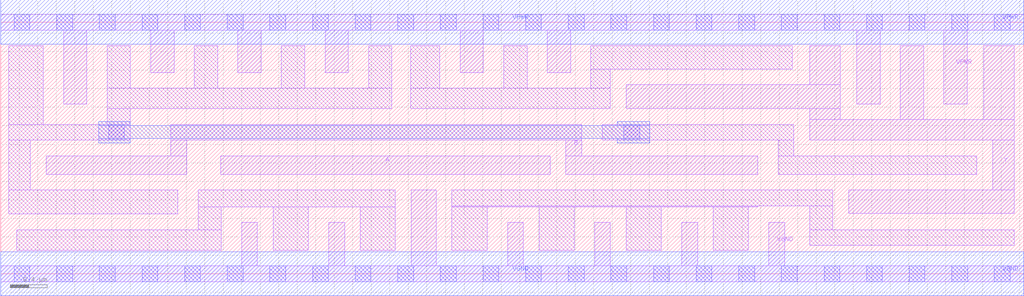
<source format=lef>
# Copyright 2020 The SkyWater PDK Authors
#
# Licensed under the Apache License, Version 2.0 (the "License");
# you may not use this file except in compliance with the License.
# You may obtain a copy of the License at
#
#     https://www.apache.org/licenses/LICENSE-2.0
#
# Unless required by applicable law or agreed to in writing, software
# distributed under the License is distributed on an "AS IS" BASIS,
# WITHOUT WARRANTIES OR CONDITIONS OF ANY KIND, either express or implied.
# See the License for the specific language governing permissions and
# limitations under the License.
#
# SPDX-License-Identifier: Apache-2.0

VERSION 5.7 ;
  NAMESCASESENSITIVE ON ;
  NOWIREEXTENSIONATPIN ON ;
  DIVIDERCHAR "/" ;
  BUSBITCHARS "[]" ;
UNITS
  DATABASE MICRONS 200 ;
END UNITS
PROPERTYDEFINITIONS
  MACRO maskLayoutSubType STRING ;
  MACRO prCellType STRING ;
  MACRO originalViewName STRING ;
END PROPERTYDEFINITIONS
MACRO sky130_fd_sc_hdll__xnor2_4
  CLASS CORE ;
  FOREIGN sky130_fd_sc_hdll__xnor2_4 ;
  ORIGIN  0.000000  0.000000 ;
  SIZE  11.04000 BY  2.720000 ;
  SYMMETRY X Y R90 ;
  SITE unithd ;
  PIN A
    ANTENNAGATEAREA  2.220000 ;
    DIRECTION INPUT ;
    USE SIGNAL ;
    PORT
      LAYER li1 ;
        RECT 2.375000 1.075000 5.930000 1.275000 ;
    END
  END A
  PIN B
    ANTENNAGATEAREA  2.220000 ;
    DIRECTION INPUT ;
    USE SIGNAL ;
    PORT
      LAYER li1 ;
        RECT 0.490000 1.075000 2.005000 1.275000 ;
        RECT 1.835000 1.275000 2.005000 1.445000 ;
        RECT 1.835000 1.445000 6.270000 1.615000 ;
        RECT 6.100000 1.075000 8.170000 1.275000 ;
        RECT 6.100000 1.275000 6.270000 1.445000 ;
    END
  END B
  PIN Y
    ANTENNADIFFAREA  1.858500 ;
    DIRECTION OUTPUT ;
    USE SIGNAL ;
    PORT
      LAYER li1 ;
        RECT  6.750000 1.785000  9.060000 2.045000 ;
        RECT  8.730000 1.445000 10.940000 1.665000 ;
        RECT  8.730000 1.665000  9.060000 1.785000 ;
        RECT  8.730000 2.045000  9.060000 2.465000 ;
        RECT  9.150000 0.655000 10.940000 0.905000 ;
        RECT  9.710000 1.665000  9.960000 2.465000 ;
        RECT 10.610000 1.665000 10.940000 2.465000 ;
        RECT 10.705000 0.905000 10.940000 1.445000 ;
    END
  END Y
  PIN VGND
    DIRECTION INOUT ;
    USE GROUND ;
    PORT
      LAYER li1 ;
        RECT 0.000000 -0.085000 11.040000 0.085000 ;
        RECT 2.600000  0.085000  2.770000 0.555000 ;
        RECT 3.540000  0.085000  3.710000 0.555000 ;
        RECT 4.430000  0.085000  4.700000 0.905000 ;
        RECT 5.470000  0.085000  5.640000 0.555000 ;
        RECT 6.410000  0.085000  6.580000 0.555000 ;
        RECT 7.350000  0.085000  7.520000 0.555000 ;
        RECT 8.290000  0.085000  8.460000 0.555000 ;
      LAYER mcon ;
        RECT  0.145000 -0.085000  0.315000 0.085000 ;
        RECT  0.605000 -0.085000  0.775000 0.085000 ;
        RECT  1.065000 -0.085000  1.235000 0.085000 ;
        RECT  1.525000 -0.085000  1.695000 0.085000 ;
        RECT  1.985000 -0.085000  2.155000 0.085000 ;
        RECT  2.445000 -0.085000  2.615000 0.085000 ;
        RECT  2.905000 -0.085000  3.075000 0.085000 ;
        RECT  3.365000 -0.085000  3.535000 0.085000 ;
        RECT  3.825000 -0.085000  3.995000 0.085000 ;
        RECT  4.285000 -0.085000  4.455000 0.085000 ;
        RECT  4.745000 -0.085000  4.915000 0.085000 ;
        RECT  5.205000 -0.085000  5.375000 0.085000 ;
        RECT  5.665000 -0.085000  5.835000 0.085000 ;
        RECT  6.125000 -0.085000  6.295000 0.085000 ;
        RECT  6.585000 -0.085000  6.755000 0.085000 ;
        RECT  7.045000 -0.085000  7.215000 0.085000 ;
        RECT  7.505000 -0.085000  7.675000 0.085000 ;
        RECT  7.965000 -0.085000  8.135000 0.085000 ;
        RECT  8.425000 -0.085000  8.595000 0.085000 ;
        RECT  8.885000 -0.085000  9.055000 0.085000 ;
        RECT  9.345000 -0.085000  9.515000 0.085000 ;
        RECT  9.805000 -0.085000  9.975000 0.085000 ;
        RECT 10.265000 -0.085000 10.435000 0.085000 ;
        RECT 10.725000 -0.085000 10.895000 0.085000 ;
      LAYER met1 ;
        RECT 0.000000 -0.240000 11.040000 0.240000 ;
    END
  END VGND
  PIN VPWR
    DIRECTION INOUT ;
    USE POWER ;
    PORT
      LAYER li1 ;
        RECT  0.000000 2.635000 11.040000 2.805000 ;
        RECT  0.680000 1.835000  0.930000 2.635000 ;
        RECT  1.620000 2.175000  1.870000 2.635000 ;
        RECT  2.560000 2.175000  2.810000 2.635000 ;
        RECT  3.500000 2.175000  3.750000 2.635000 ;
        RECT  4.960000 2.175000  5.210000 2.635000 ;
        RECT  5.900000 2.175000  6.150000 2.635000 ;
        RECT  9.240000 1.835000  9.490000 2.635000 ;
        RECT 10.180000 1.835000 10.430000 2.635000 ;
      LAYER mcon ;
        RECT  0.145000 2.635000  0.315000 2.805000 ;
        RECT  0.605000 2.635000  0.775000 2.805000 ;
        RECT  1.065000 2.635000  1.235000 2.805000 ;
        RECT  1.525000 2.635000  1.695000 2.805000 ;
        RECT  1.985000 2.635000  2.155000 2.805000 ;
        RECT  2.445000 2.635000  2.615000 2.805000 ;
        RECT  2.905000 2.635000  3.075000 2.805000 ;
        RECT  3.365000 2.635000  3.535000 2.805000 ;
        RECT  3.825000 2.635000  3.995000 2.805000 ;
        RECT  4.285000 2.635000  4.455000 2.805000 ;
        RECT  4.745000 2.635000  4.915000 2.805000 ;
        RECT  5.205000 2.635000  5.375000 2.805000 ;
        RECT  5.665000 2.635000  5.835000 2.805000 ;
        RECT  6.125000 2.635000  6.295000 2.805000 ;
        RECT  6.585000 2.635000  6.755000 2.805000 ;
        RECT  7.045000 2.635000  7.215000 2.805000 ;
        RECT  7.505000 2.635000  7.675000 2.805000 ;
        RECT  7.965000 2.635000  8.135000 2.805000 ;
        RECT  8.425000 2.635000  8.595000 2.805000 ;
        RECT  8.885000 2.635000  9.055000 2.805000 ;
        RECT  9.345000 2.635000  9.515000 2.805000 ;
        RECT  9.805000 2.635000  9.975000 2.805000 ;
        RECT 10.265000 2.635000 10.435000 2.805000 ;
        RECT 10.725000 2.635000 10.895000 2.805000 ;
      LAYER met1 ;
        RECT 0.000000 2.480000 11.040000 2.960000 ;
    END
  END VPWR
  OBS
    LAYER li1 ;
      RECT 0.085000 0.645000  1.910000 0.905000 ;
      RECT 0.085000 0.905000  0.320000 1.445000 ;
      RECT 0.085000 1.445000  1.400000 1.615000 ;
      RECT 0.085000 1.615000  0.460000 2.465000 ;
      RECT 0.170000 0.255000  2.380000 0.475000 ;
      RECT 1.150000 1.615000  1.400000 1.785000 ;
      RECT 1.150000 1.785000  4.220000 2.005000 ;
      RECT 1.150000 2.005000  1.400000 2.465000 ;
      RECT 2.090000 2.005000  2.340000 2.465000 ;
      RECT 2.130000 0.475000  2.380000 0.725000 ;
      RECT 2.130000 0.725000  4.260000 0.905000 ;
      RECT 2.940000 0.255000  3.320000 0.725000 ;
      RECT 3.030000 2.005000  3.280000 2.465000 ;
      RECT 3.880000 0.255000  4.260000 0.725000 ;
      RECT 3.970000 2.005000  4.220000 2.465000 ;
      RECT 4.425000 1.785000  6.580000 2.005000 ;
      RECT 4.425000 2.005000  4.740000 2.465000 ;
      RECT 4.870000 0.255000  5.250000 0.725000 ;
      RECT 4.870000 0.725000  8.170000 0.735000 ;
      RECT 4.870000 0.735000  8.980000 0.905000 ;
      RECT 5.430000 2.005000  5.680000 2.465000 ;
      RECT 5.810000 0.255000  6.190000 0.725000 ;
      RECT 6.370000 2.005000  6.580000 2.215000 ;
      RECT 6.370000 2.215000  8.540000 2.465000 ;
      RECT 6.490000 1.445000  8.560000 1.615000 ;
      RECT 6.750000 0.255000  7.130000 0.725000 ;
      RECT 7.690000 0.255000  8.070000 0.725000 ;
      RECT 8.390000 1.075000 10.535000 1.275000 ;
      RECT 8.390000 1.275000  8.560000 1.445000 ;
      RECT 8.730000 0.305000 10.940000 0.475000 ;
      RECT 8.730000 0.475000  8.980000 0.735000 ;
    LAYER mcon ;
      RECT 1.165000 1.445000 1.335000 1.615000 ;
      RECT 6.725000 1.445000 6.895000 1.615000 ;
    LAYER met1 ;
      RECT 1.055000 1.415000 1.395000 1.460000 ;
      RECT 1.055000 1.460000 7.005000 1.600000 ;
      RECT 1.055000 1.600000 1.395000 1.645000 ;
      RECT 6.655000 1.415000 7.005000 1.460000 ;
      RECT 6.655000 1.600000 7.005000 1.645000 ;
  END
  PROPERTY maskLayoutSubType "abstract" ;
  PROPERTY prCellType "standard" ;
  PROPERTY originalViewName "layout" ;
END sky130_fd_sc_hdll__xnor2_4

</source>
